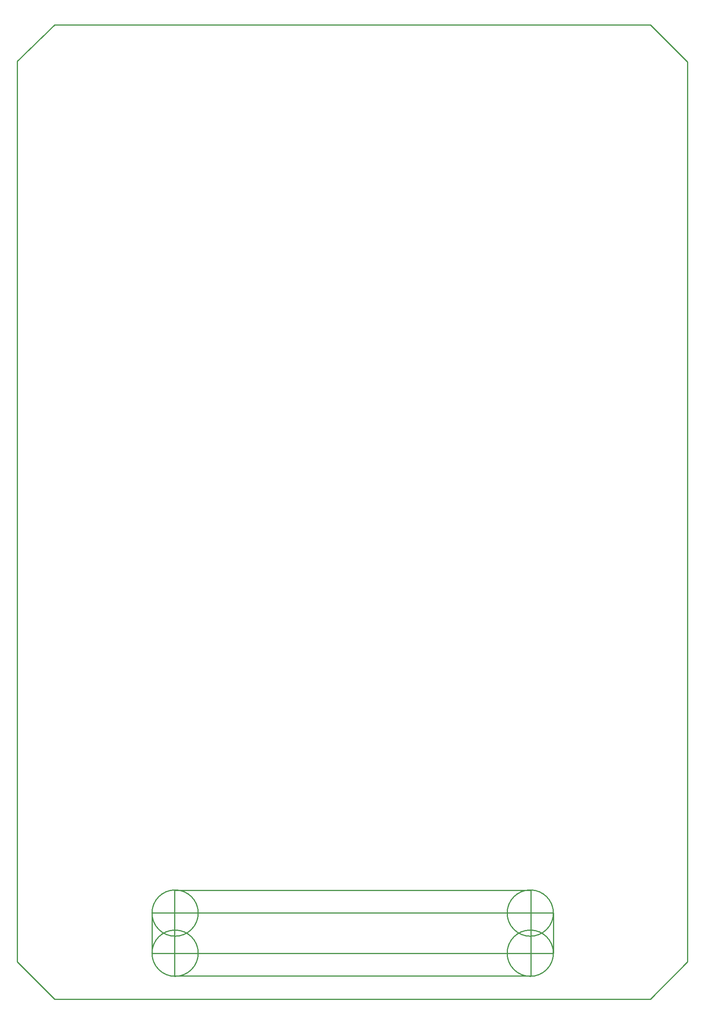
<source format=gko>
G04 Layer: BoardOutlineLayer*
G04 EasyEDA v6.5.22, 2023-04-02 16:29:49*
G04 1135aa0c46e14357a5d69858543a1a0d,5a6b42c53f6a479593ecc07194224c93,10*
G04 Gerber Generator version 0.2*
G04 Scale: 100 percent, Rotated: No, Reflected: No *
G04 Dimensions in millimeters *
G04 leading zeros omitted , absolute positions ,4 integer and 5 decimal *
%FSLAX45Y45*%
%MOMM*%

%ADD10C,0.2540*%
D10*
X20574000Y0D02*
G01*
X7366000Y0D01*
X7366000Y21590000D02*
G01*
X20574000Y21590000D01*
X20574000Y21590000D02*
G01*
X21399500Y20764500D01*
X21399500Y825500D01*
X20574000Y0D01*
X7366000Y0D02*
G01*
X6540500Y825500D01*
X6540500Y20779488D01*
X7366000Y21590000D01*
G75*
G01*
X17399000Y1905000D02*
G02*
X18424401Y1905000I512700J0D01*
G75*
G01*
X18424401Y1905000D02*
G02*
X17399000Y1905000I-512701J0D01*
X17399000Y1905000D02*
G01*
X17399000Y1905000D01*
G75*
G01*
X17399000Y1016000D02*
G02*
X18424401Y1016000I512700J0D01*
G75*
G01*
X18424401Y1016000D02*
G02*
X17399000Y1016000I-512701J0D01*
X17399000Y1016000D02*
G01*
X17399000Y1016000D01*
X9524697Y1910499D02*
G01*
X9524697Y1010498D01*
X9524697Y1010498D02*
G01*
X18424697Y1010498D01*
X18424697Y1010498D02*
G01*
X18424697Y1910499D01*
X18424697Y1910499D02*
G01*
X9524697Y1910499D01*
X10024699Y2410500D02*
G01*
X10024699Y510501D01*
X10024699Y510501D02*
G01*
X17924698Y510501D01*
X17924698Y510501D02*
G01*
X17924698Y2410500D01*
X17924698Y2410500D02*
G01*
X10024699Y2410500D01*
G75*
G01*
X9525000Y1905000D02*
G02*
X10550398Y1905000I512699J0D01*
G75*
G01*
X10550398Y1905000D02*
G02*
X9525000Y1905000I-512699J0D01*
X9525000Y1905000D02*
G01*
X9525000Y1905000D01*
G75*
G01*
X9525000Y1016000D02*
G02*
X10550401Y1016000I512700J0D01*
G75*
G01*
X10550401Y1016000D02*
G02*
X9525000Y1016000I-512701J0D01*
X9525000Y1016000D02*
G01*
X9525000Y1016000D01*

%LPD*%
M02*

</source>
